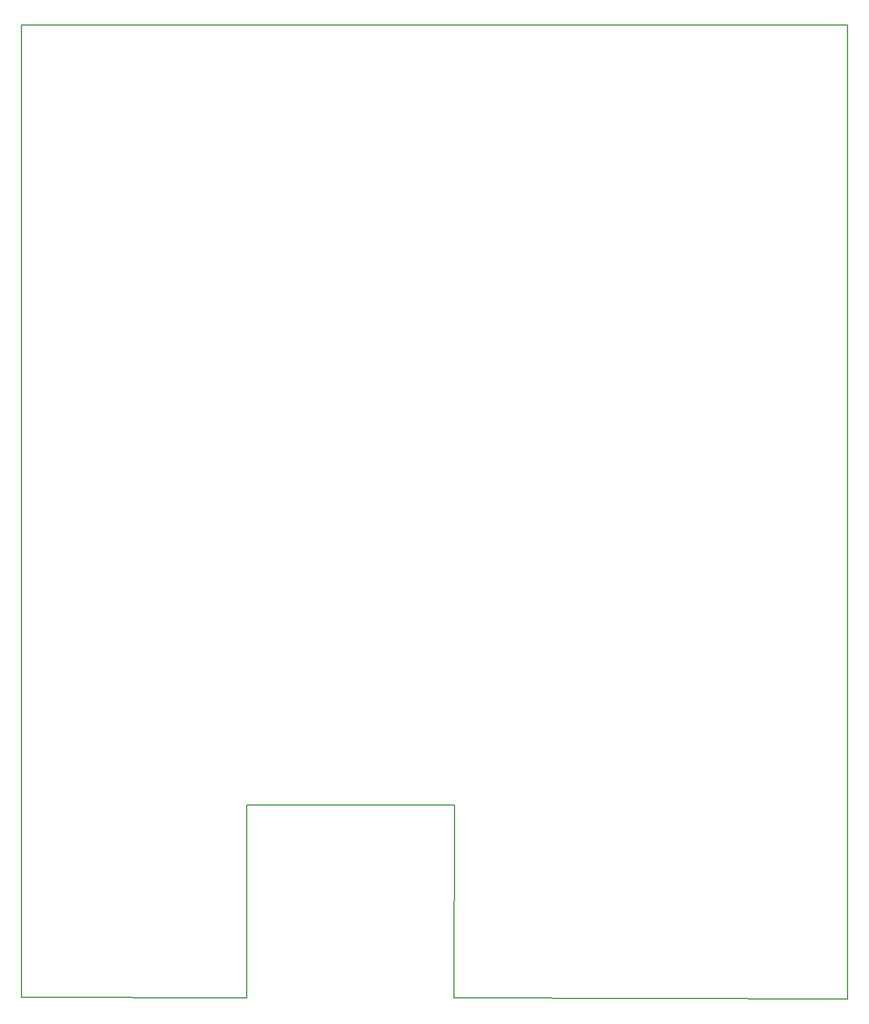
<source format=gbr>
G04 #@! TF.FileFunction,Profile,NP*
%FSLAX46Y46*%
G04 Gerber Fmt 4.6, Leading zero omitted, Abs format (unit mm)*
G04 Created by KiCad (PCBNEW 4.0.1-3.201512221401+6198~38~ubuntu15.10.1-stable) date Tue 04 Oct 2016 03:44:24 PM PDT*
%MOMM*%
G01*
G04 APERTURE LIST*
%ADD10C,0.100000*%
%ADD11C,0.150000*%
G04 APERTURE END LIST*
D10*
D11*
X45640000Y-168740000D02*
X45595000Y-26960000D01*
X78465000Y-168760000D02*
X45640000Y-168740000D01*
X108775000Y-140685000D02*
X108715000Y-168795000D01*
X108825000Y-168795000D02*
X166125000Y-168975000D01*
X166145000Y-161825000D02*
X166145000Y-168905000D01*
X78480000Y-168760000D02*
X78515000Y-140685000D01*
X78515000Y-140685000D02*
X108775000Y-140685000D01*
X166150000Y-162030000D02*
X166125000Y-26955000D01*
X45605000Y-26955000D02*
X166125000Y-26955000D01*
M02*

</source>
